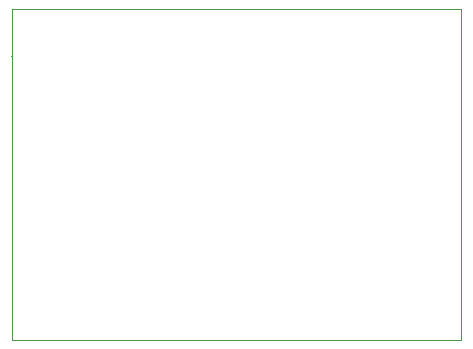
<source format=gbr>
%TF.GenerationSoftware,KiCad,Pcbnew,9.0.0*%
%TF.CreationDate,2025-03-25T13:50:56+00:00*%
%TF.ProjectId,vm_rp2040_pogo_mh_0.1,766d5f72-7032-4303-9430-5f706f676f5f,v0.1*%
%TF.SameCoordinates,Original*%
%TF.FileFunction,Other,User*%
%FSLAX45Y45*%
G04 Gerber Fmt 4.5, Leading zero omitted, Abs format (unit mm)*
G04 Created by KiCad (PCBNEW 9.0.0) date 2025-03-25 13:50:56*
%MOMM*%
%LPD*%
G01*
G04 APERTURE LIST*
%ADD10C,0.100000*%
%ADD11C,0.150000*%
%ADD12C,0.110000*%
%ADD13C,0.130000*%
%ADD14C,0.120000*%
%ADD15C,0.140000*%
%ADD16C,0.170000*%
G04 APERTURE END LIST*
D10*
X-1900000Y1400000D02*
X1900000Y1400000D01*
X1900000Y-1400000D01*
X-1900000Y-1400000D01*
X-1900000Y1400000D01*
D11*
%TO.C,GS9*%
X-150000Y1400000D02*
X-150000Y1400000D01*
%TO.C,GS15*%
X-600000Y-1400000D02*
X-600000Y-1400000D01*
%TO.C,GS13*%
X1100000Y1400000D02*
X1100000Y1400000D01*
%TO.C,GS19*%
X400000Y-1400000D02*
X400000Y-1400000D01*
%TO.C,GS18*%
X150000Y-1400000D02*
X150000Y-1400000D01*
%TO.C,GS14*%
X-850000Y-1400000D02*
X-850000Y-1400000D01*
D12*
%TO.C,GS3*%
X-1500000Y-1400000D02*
X-1500000Y-1400000D01*
D11*
%TO.C,GS12*%
X850000Y1400000D02*
X850000Y1400000D01*
D13*
%TO.C,GS1*%
X-1900000Y1000000D02*
X-1900000Y1000000D01*
D14*
%TO.C,GS2*%
X1900000Y-1000000D02*
X1900000Y-1000000D01*
D15*
%TO.C,GS5*%
X100000Y1400000D02*
X100000Y1400000D01*
D11*
%TO.C,GS17*%
X-100000Y-1400000D02*
X-100000Y-1400000D01*
%TO.C,GS8*%
X-650000Y1400000D02*
X-650000Y1400000D01*
%TO.C,GS16*%
X-350000Y-1400000D02*
X-350000Y-1400000D01*
%TO.C,GS11*%
X600000Y1400000D02*
X600000Y1400000D01*
D16*
%TO.C,GS4*%
X-400000Y1400000D02*
X-400000Y1400000D01*
D11*
%TO.C,GS10*%
X350000Y1400000D02*
X350000Y1400000D01*
%TD*%
M02*

</source>
